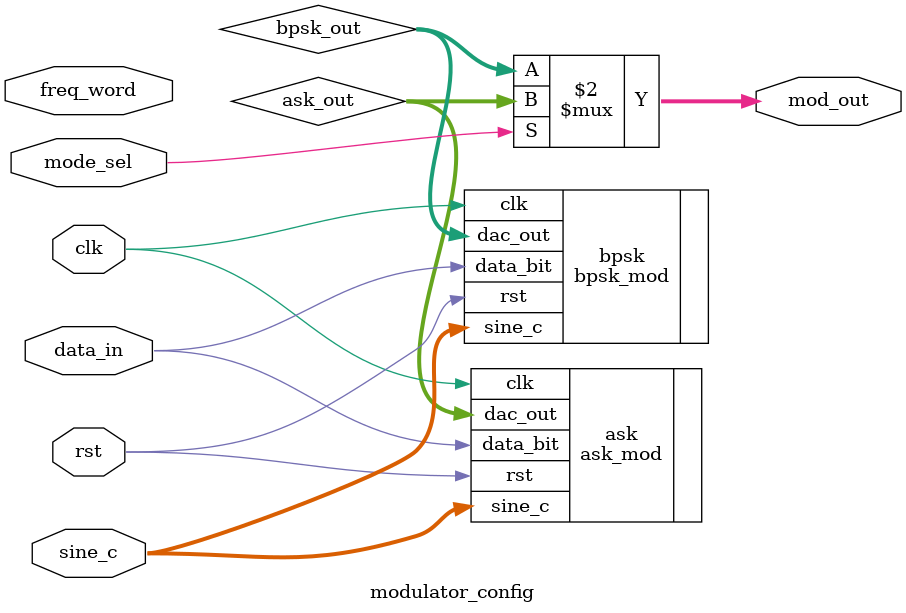
<source format=v>
module modulator_config #(
	 parameter PHASE_WIDTH = 16,          // 相位累加器宽度
    parameter ROM_ADDR_WIDTH = 8,        // ROM 地址宽度
    parameter OUTPUT_WIDTH = 12          // 输出值位宽
)(
    input mode_sel,  // 0: BPSK, 1: ASK
    input clk, rst,
    input data_in,
	 input [PHASE_WIDTH-1:0] freq_word,
	 input [OUTPUT_WIDTH-1:0] sine_c,
    output wire [OUTPUT_WIDTH:0] mod_out
);
/*
功能：允许选择不同调制方式（如BPSK、ASK、FSK）；

实现：通过控制信号选择不同调制模块路径；

输入：原始数据、伪随机码；

输出：调制信号。
*/

	 
	 
	 
    wire [OUTPUT_WIDTH:0] bpsk_out;
    bpsk_mod #(.OUTPUT_WIDTH(OUTPUT_WIDTH)
	 )bpsk(
		 .clk(clk), 
		 .rst(rst), 
		 .sine_c(sine_c),
		 .data_bit(data_in), 
		 .dac_out(bpsk_out)
	 );
	 
	 wire [OUTPUT_WIDTH:0] ask_out;
	 ask_mod  ask (
		 .clk(clk), 
		 .rst(rst), 
		 .sine_c(sine_c),
		 .data_bit(data_in), 
		 .dac_out(ask_out)
	 );
    


    assign mod_out = (mode_sel == 1'b0) ? bpsk_out :ask_out;
	 
endmodule

</source>
